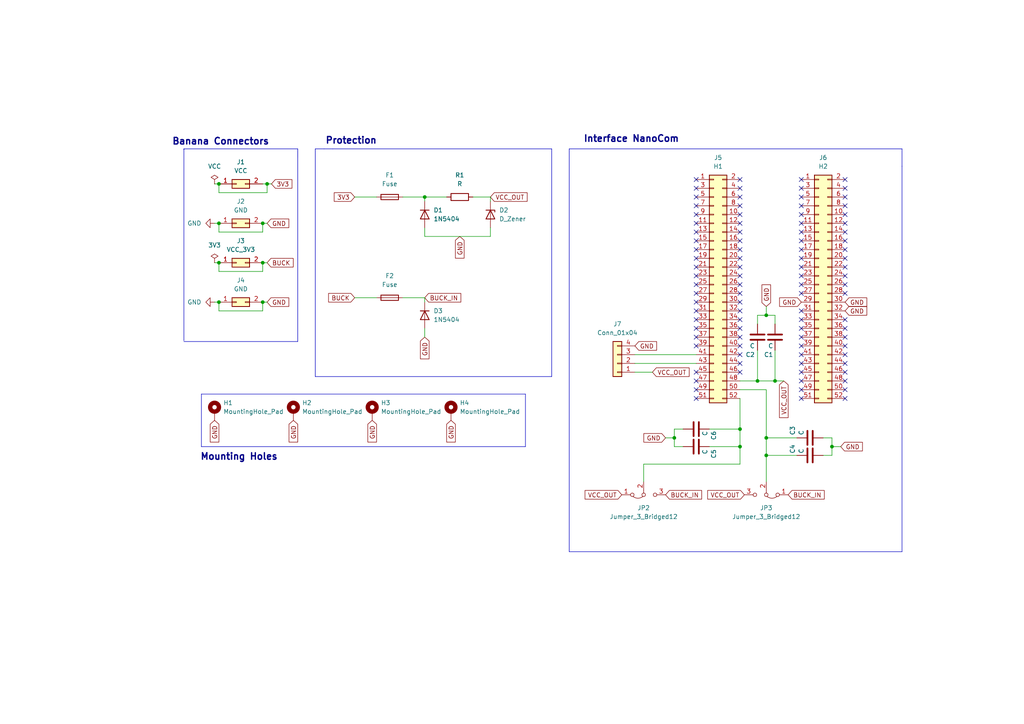
<source format=kicad_sch>
(kicad_sch (version 20231120) (generator "eeschema") (generator_version "8.0")
  (paper "A4")
  (title_block (title "Power Adapter FlatSat ") (date "2025-09-19") (rev "A") (company "Universidad Nacional de Córdoba -  FCEFyN") (comment 1 "Practicas Profesionales Supervisadas") (comment 2 "Flat Sat Híbrido") (comment 3 "Diaz Mateo"))
  (lib_symbols
    (symbol "Connector_Generic:Conn_01x04" (pin_names (offset 1.016) hide)
      (property "Reference" "J" (at 0 5.08 0))
      (property "Value" "Conn_01x04" (at 0 -7.62 0))
      (symbol "Conn_01x04_1_1"
        (rectangle (start -1.27 -4.953) (end 0 -5.207) (stroke (width 0.1524)))
        (rectangle (start -1.27 -2.413) (end 0 -2.667) (stroke (width 0.1524)))
        (rectangle (start -1.27 0.127) (end 0 -0.127) (stroke (width 0.1524)))
        (rectangle (start -1.27 2.667) (end 0 2.413) (stroke (width 0.1524)))
        (rectangle (start -1.27 3.81) (end 1.27 -6.35) (stroke (width 0.254)) (fill (type background)))
        (pin passive line (at -5.08 2.54 0) (length 3.81) (name "Pin_1") (number "1"))
        (pin passive line (at -5.08 0 0) (length 3.81) (name "Pin_2") (number "2"))
        (pin passive line (at -5.08 -2.54 0) (length 3.81) (name "Pin_3") (number "3"))
        (pin passive line (at -5.08 -5.08 0) (length 3.81) (name "Pin_4") (number "4"))
      )
    )
    (symbol "Connector_Generic:Conn_02x01" (pin_names (offset 1.016) hide)
      (property "Reference" "J" (at 1.27 2.54 0))
      (property "Value" "Conn_02x01" (at 1.27 -2.54 0))
      (symbol "Conn_02x01_1_1"
        (rectangle (start -1.27 0.127) (end 0 -0.127) (stroke (width 0.1524)))
        (rectangle (start -1.27 1.27) (end 3.81 -1.27) (stroke (width 0.254)) (fill (type background)))
        (rectangle (start 3.81 0.127) (end 2.54 -0.127) (stroke (width 0.1524)))
        (pin passive line (at -5.08 0 0) (length 3.81) (name "Pin_1") (number "1"))
        (pin passive line (at 7.62 0 180) (length 3.81) (name "Pin_2") (number "2"))
      )
    )
    (symbol "Connector_Generic:Conn_02x26_Odd_Even" (pin_names (offset 1.016) hide)
      (property "Reference" "J" (at 1.27 33.02 0))
      (property "Value" "Conn_02x26_Odd_Even" (at 1.27 -35.56 0))
      (symbol "Conn_02x26_Odd_Even_1_1"
        (rectangle (start -1.27 -32.893) (end 0 -33.147) (stroke (width 0.1524)))
        (rectangle (start -1.27 -30.353) (end 0 -30.607) (stroke (width 0.1524)))
        (rectangle (start -1.27 -27.813) (end 0 -28.067) (stroke (width 0.1524)))
        (rectangle (start -1.27 -25.273) (end 0 -25.527) (stroke (width 0.1524)))
        (rectangle (start -1.27 -22.733) (end 0 -22.987) (stroke (width 0.1524)))
        (rectangle (start -1.27 -20.193) (end 0 -20.447) (stroke (width 0.1524)))
        (rectangle (start -1.27 -17.653) (end 0 -17.907) (stroke (width 0.1524)))
        (rectangle (start -1.27 -15.113) (end 0 -15.367) (stroke (width 0.1524)))
        (rectangle (start -1.27 -12.573) (end 0 -12.827) (stroke (width 0.1524)))
        (rectangle (start -1.27 -10.033) (end 0 -10.287) (stroke (width 0.1524)))
        (rectangle (start -1.27 -7.493) (end 0 -7.747) (stroke (width 0.1524)))
        (rectangle (start -1.27 -4.953) (end 0 -5.207) (stroke (width 0.1524)))
        (rectangle (start -1.27 -2.413) (end 0 -2.667) (stroke (width 0.1524)))
        (rectangle (start -1.27 0.127) (end 0 -0.127) (stroke (width 0.1524)))
        (rectangle (start -1.27 2.667) (end 0 2.413) (stroke (width 0.1524)))
        (rectangle (start -1.27 5.207) (end 0 4.953) (stroke (width 0.1524)))
        (rectangle (start -1.27 7.747) (end 0 7.493) (stroke (width 0.1524)))
        (rectangle (start -1.27 10.287) (end 0 10.033) (stroke (width 0.1524)))
        (rectangle (start -1.27 12.827) (end 0 12.573) (stroke (width 0.1524)))
        (rectangle (start -1.27 15.367) (end 0 15.113) (stroke (width 0.1524)))
        (rectangle (start -1.27 17.907) (end 0 17.653) (stroke (width 0.1524)))
        (rectangle (start -1.27 20.447) (end 0 20.193) (stroke (width 0.1524)))
        (rectangle (start -1.27 22.987) (end 0 22.733) (stroke (width 0.1524)))
        (rectangle (start -1.27 25.527) (end 0 25.273) (stroke (width 0.1524)))
        (rectangle (start -1.27 28.067) (end 0 27.813) (stroke (width 0.1524)))
        (rectangle (start -1.27 30.607) (end 0 30.353) (stroke (width 0.1524)))
        (rectangle (start -1.27 31.75) (end 3.81 -34.29) (stroke (width 0.254)) (fill (type background)))
        (rectangle (start 3.81 -32.893) (end 2.54 -33.147) (stroke (width 0.1524)))
        (rectangle (start 3.81 -30.353) (end 2.54 -30.607) (stroke (width 0.1524)))
        (rectangle (start 3.81 -27.813) (end 2.54 -28.067) (stroke (width 0.1524)))
        (rectangle (start 3.81 -25.273) (end 2.54 -25.527) (stroke (width 0.1524)))
        (rectangle (start 3.81 -22.733) (end 2.54 -22.987) (stroke (width 0.1524)))
        (rectangle (start 3.81 -20.193) (end 2.54 -20.447) (stroke (width 0.1524)))
        (rectangle (start 3.81 -17.653) (end 2.54 -17.907) (stroke (width 0.1524)))
        (rectangle (start 3.81 -15.113) (end 2.54 -15.367) (stroke (width 0.1524)))
        (rectangle (start 3.81 -12.573) (end 2.54 -12.827) (stroke (width 0.1524)))
        (rectangle (start 3.81 -10.033) (end 2.54 -10.287) (stroke (width 0.1524)))
        (rectangle (start 3.81 -7.493) (end 2.54 -7.747) (stroke (width 0.1524)))
        (rectangle (start 3.81 -4.953) (end 2.54 -5.207) (stroke (width 0.1524)))
        (rectangle (start 3.81 -2.413) (end 2.54 -2.667) (stroke (width 0.1524)))
        (rectangle (start 3.81 0.127) (end 2.54 -0.127) (stroke (width 0.1524)))
        (rectangle (start 3.81 2.667) (end 2.54 2.413) (stroke (width 0.1524)))
        (rectangle (start 3.81 5.207) (end 2.54 4.953) (stroke (width 0.1524)))
        (rectangle (start 3.81 7.747) (end 2.54 7.493) (stroke (width 0.1524)))
        (rectangle (start 3.81 10.287) (end 2.54 10.033) (stroke (width 0.1524)))
        (rectangle (start 3.81 12.827) (end 2.54 12.573) (stroke (width 0.1524)))
        (rectangle (start 3.81 15.367) (end 2.54 15.113) (stroke (width 0.1524)))
        (rectangle (start 3.81 17.907) (end 2.54 17.653) (stroke (width 0.1524)))
        (rectangle (start 3.81 20.447) (end 2.54 20.193) (stroke (width 0.1524)))
        (rectangle (start 3.81 22.987) (end 2.54 22.733) (stroke (width 0.1524)))
        (rectangle (start 3.81 25.527) (end 2.54 25.273) (stroke (width 0.1524)))
        (rectangle (start 3.81 28.067) (end 2.54 27.813) (stroke (width 0.1524)))
        (rectangle (start 3.81 30.607) (end 2.54 30.353) (stroke (width 0.1524)))
        (pin passive line (at -5.08 30.48 0) (length 3.81) (name "Pin_1") (number "1"))
        (pin passive line (at 7.62 20.32 180) (length 3.81) (name "Pin_10") (number "10"))
        (pin passive line (at -5.08 17.78 0) (length 3.81) (name "Pin_11") (number "11"))
        (pin passive line (at 7.62 17.78 180) (length 3.81) (name "Pin_12") (number "12"))
        (pin passive line (at -5.08 15.24 0) (length 3.81) (name "Pin_13") (number "13"))
        (pin passive line (at 7.62 15.24 180) (length 3.81) (name "Pin_14") (number "14"))
        (pin passive line (at -5.08 12.7 0) (length 3.81) (name "Pin_15") (number "15"))
        (pin passive line (at 7.62 12.7 180) (length 3.81) (name "Pin_16") (number "16"))
        (pin passive line (at -5.08 10.16 0) (length 3.81) (name "Pin_17") (number "17"))
        (pin passive line (at 7.62 10.16 180) (length 3.81) (name "Pin_18") (number "18"))
        (pin passive line (at -5.08 7.62 0) (length 3.81) (name "Pin_19") (number "19"))
        (pin passive line (at 7.62 30.48 180) (length 3.81) (name "Pin_2") (number "2"))
        (pin passive line (at 7.62 7.62 180) (length 3.81) (name "Pin_20") (number "20"))
        (pin passive line (at -5.08 5.08 0) (length 3.81) (name "Pin_21") (number "21"))
        (pin passive line (at 7.62 5.08 180) (length 3.81) (name "Pin_22") (number "22"))
        (pin passive line (at -5.08 2.54 0) (length 3.81) (name "Pin_23") (number "23"))
        (pin passive line (at 7.62 2.54 180) (length 3.81) (name "Pin_24") (number "24"))
        (pin passive line (at -5.08 0 0) (length 3.81) (name "Pin_25") (number "25"))
        (pin passive line (at 7.62 0 180) (length 3.81) (name "Pin_26") (number "26"))
        (pin passive line (at -5.08 -2.54 0) (length 3.81) (name "Pin_27") (number "27"))
        (pin passive line (at 7.62 -2.54 180) (length 3.81) (name "Pin_28") (number "28"))
        (pin passive line (at -5.08 -5.08 0) (length 3.81) (name "Pin_29") (number "29"))
        (pin passive line (at -5.08 27.94 0) (length 3.81) (name "Pin_3") (number "3"))
        (pin passive line (at 7.62 -5.08 180) (length 3.81) (name "Pin_30") (number "30"))
        (pin passive line (at -5.08 -7.62 0) (length 3.81) (name "Pin_31") (number "31"))
        (pin passive line (at 7.62 -7.62 180) (length 3.81) (name "Pin_32") (number "32"))
        (pin passive line (at -5.08 -10.16 0) (length 3.81) (name "Pin_33") (number "33"))
        (pin passive line (at 7.62 -10.16 180) (length 3.81) (name "Pin_34") (number "34"))
        (pin passive line (at -5.08 -12.7 0) (length 3.81) (name "Pin_35") (number "35"))
        (pin passive line (at 7.62 -12.7 180) (length 3.81) (name "Pin_36") (number "36"))
        (pin passive line (at -5.08 -15.24 0) (length 3.81) (name "Pin_37") (number "37"))
        (pin passive line (at 7.62 -15.24 180) (length 3.81) (name "Pin_38") (number "38"))
        (pin passive line (at -5.08 -17.78 0) (length 3.81) (name "Pin_39") (number "39"))
        (pin passive line (at 7.62 27.94 180) (length 3.81) (name "Pin_4") (number "4"))
        (pin passive line (at 7.62 -17.78 180) (length 3.81) (name "Pin_40") (number "40"))
        (pin passive line (at -5.08 -20.32 0) (length 3.81) (name "Pin_41") (number "41"))
        (pin passive line (at 7.62 -20.32 180) (length 3.81) (name "Pin_42") (number "42"))
        (pin passive line (at -5.08 -22.86 0) (length 3.81) (name "Pin_43") (number "43"))
        (pin passive line (at 7.62 -22.86 180) (length 3.81) (name "Pin_44") (number "44"))
        (pin passive line (at -5.08 -25.4 0) (length 3.81) (name "Pin_45") (number "45"))
        (pin passive line (at 7.62 -25.4 180) (length 3.81) (name "Pin_46") (number "46"))
        (pin passive line (at -5.08 -27.94 0) (length 3.81) (name "Pin_47") (number "47"))
        (pin passive line (at 7.62 -27.94 180) (length 3.81) (name "Pin_48") (number "48"))
        (pin passive line (at -5.08 -30.48 0) (length 3.81) (name "Pin_49") (number "49"))
        (pin passive line (at -5.08 25.4 0) (length 3.81) (name "Pin_5") (number "5"))
        (pin passive line (at 7.62 -30.48 180) (length 3.81) (name "Pin_50") (number "50"))
        (pin passive line (at -5.08 -33.02 0) (length 3.81) (name "Pin_51") (number "51"))
        (pin passive line (at 7.62 -33.02 180) (length 3.81) (name "Pin_52") (number "52"))
        (pin passive line (at 7.62 25.4 180) (length 3.81) (name "Pin_6") (number "6"))
        (pin passive line (at -5.08 22.86 0) (length 3.81) (name "Pin_7") (number "7"))
        (pin passive line (at 7.62 22.86 180) (length 3.81) (name "Pin_8") (number "8"))
        (pin passive line (at -5.08 20.32 0) (length 3.81) (name "Pin_9") (number "9"))
      )
    )
    (symbol "Device:C" (pin_numbers hide) (pin_names (offset 0.254))
      (property "Reference" "C" (at 0.635 2.54 0))
      (property "Value" "C" (at 0.635 -2.54 0))
      (symbol "C_0_1"
        (polyline (pts (xy -2.032 -0.762) (xy 2.032 -0.762)) (stroke (width 0.508)))
        (polyline (pts (xy -2.032 0.762) (xy 2.032 0.762)) (stroke (width 0.508)))
      )
      (symbol "C_1_1"
        (pin passive line (at 0 3.81 270) (length 2.794) (name "~") (number "1"))
        (pin passive line (at 0 -3.81 90) (length 2.794) (name "~") (number "2"))
      )
    )
    (symbol "Device:D_Zener" (pin_numbers hide) (pin_names (offset 1.016) hide)
      (property "Reference" "D" (at 0 2.54 0))
      (property "Value" "D_Zener" (at 0 -2.54 0))
      (symbol "D_Zener_0_1"
        (polyline (pts (xy 1.27 0) (xy -1.27 0)))
        (polyline (pts (xy -1.27 -1.27) (xy -1.27 1.27) (xy -0.762 1.27)) (stroke (width 0.254)))
        (polyline (pts (xy 1.27 -1.27) (xy 1.27 1.27) (xy -1.27 0) (xy 1.27 -1.27)) (stroke (width 0.254)))
      )
      (symbol "D_Zener_1_1"
        (pin passive line (at -3.81 0 0) (length 2.54) (name "K") (number "1"))
        (pin passive line (at 3.81 0 180) (length 2.54) (name "A") (number "2"))
      )
    )
    (symbol "Device:Fuse" (pin_numbers hide) (pin_names (offset 0))
      (property "Reference" "F" (at 2.032 0 90))
      (property "Value" "Fuse" (at -1.905 0 90))
      (symbol "Fuse_0_1"
        (rectangle (start -0.762 -2.54) (end 0.762 2.54) (stroke (width 0.254)))
        (polyline (pts (xy 0 2.54) (xy 0 -2.54)))
      )
      (symbol "Fuse_1_1"
        (pin passive line (at 0 3.81 270) (length 1.27) (name "~") (number "1"))
        (pin passive line (at 0 -3.81 90) (length 1.27) (name "~") (number "2"))
      )
    )
    (symbol "Device:R" (pin_numbers hide) (pin_names (offset 0))
      (property "Reference" "R" (at 2.032 0 90))
      (property "Value" "R" (at 0 0 90))
      (symbol "R_0_1"
        (rectangle (start -1.016 -2.54) (end 1.016 2.54) (stroke (width 0.254)))
      )
      (symbol "R_1_1"
        (pin passive line (at 0 3.81 270) (length 1.27) (name "~") (number "1"))
        (pin passive line (at 0 -3.81 90) (length 1.27) (name "~") (number "2"))
      )
    )
    (symbol "Diode:1N5404" (pin_numbers hide) (pin_names hide)
      (property "Reference" "D" (at 0 2.54 0))
      (property "Value" "1N5404" (at 0 -2.54 0))
      (symbol "1N5404_0_1"
        (polyline (pts (xy -1.27 1.27) (xy -1.27 -1.27)) (stroke (width 0.254)))
        (polyline (pts (xy 1.27 0) (xy -1.27 0)))
        (polyline (pts (xy 1.27 1.27) (xy 1.27 -1.27) (xy -1.27 0) (xy 1.27 1.27)) (stroke (width 0.254)))
      )
      (symbol "1N5404_1_1"
        (pin passive line (at -3.81 0 0) (length 2.54) (name "K") (number "1"))
        (pin passive line (at 3.81 0 180) (length 2.54) (name "A") (number "2"))
      )
    )
    (symbol "Jumper:Jumper_3_Bridged12" (pin_names (offset 0) hide) (exclude_from_sim yes) (in_bom no)
      (property "Reference" "JP" (at -2.54 -2.54 0))
      (property "Value" "Jumper_3_Bridged12" (at 0 2.794 0))
      (symbol "Jumper_3_Bridged12_0_0"
        (circle (center -3.302 0) (radius 0.508))
        (circle (center 0 0) (radius 0.508))
        (circle (center 3.302 0) (radius 0.508))
      )
      (symbol "Jumper_3_Bridged12_0_1"
        (arc (start -0.254 0.508) (mid -1.651 0.9912) (end -3.048 0.508))
        (polyline (pts (xy 0 -1.27) (xy 0 -0.508)))
      )
      (symbol "Jumper_3_Bridged12_1_1"
        (pin passive line (at -6.35 0 0) (length 2.54) (name "A") (number "1"))
        (pin passive line (at 0 -3.81 90) (length 2.54) (name "C") (number "2"))
        (pin passive line (at 6.35 0 180) (length 2.54) (name "B") (number "3"))
      )
    )
    (symbol "Mechanical:MountingHole_Pad" (pin_numbers hide) (pin_names (offset 1.016) hide) (exclude_from_sim yes) (in_bom no)
      (property "Reference" "H" (at 0 6.35 0))
      (property "Value" "MountingHole_Pad" (at 0 4.445 0))
      (symbol "MountingHole_Pad_0_1"
        (circle (center 0 1.27) (radius 1.27) (stroke (width 1.27)))
      )
      (symbol "MountingHole_Pad_1_1"
        (pin input line (at 0 -2.54 90) (length 2.54) (name "1") (number "1"))
      )
    )
    (symbol "power:GND" (power) (pin_numbers hide) (pin_names (offset 0) hide)
      (property "Value" "GND" (at 0 -3.81 0))
      (symbol "GND_0_1"
        (polyline (pts (xy 0 0) (xy 0 -1.27) (xy 1.27 -1.27) (xy 0 -2.54) (xy -1.27 -1.27) (xy 0 -1.27)))
      )
      (symbol "GND_1_1"
        (pin power_in line (at 0 0 270) (length 0) (name "~") (number "1"))
      )
    )
    (symbol "power:PWR_FLAG" (power) (pin_numbers hide) (pin_names (offset 0) hide)
      (property "Value" "PWR_FLAG" (at 0 3.81 0))
      (symbol "PWR_FLAG_0_0"
        (pin power_out line (at 0 0 90) (length 0) (name "~") (number "1"))
      )
      (symbol "PWR_FLAG_0_1"
        (polyline (pts (xy 0 0) (xy 0 1.27) (xy -1.016 1.905) (xy 0 2.54) (xy 1.016 1.905) (xy 0 1.27)))
      )
    )
  )
  (junction (at 241.3 129.54))
  (junction (at 219.71 110.49))
  (junction (at 63.5 87.63))
  (junction (at 214.63 129.54))
  (junction (at 222.25 127))
  (junction (at 222.25 132.08))
  (junction (at 76.2 76.2))
  (junction (at 222.25 91.44))
  (junction (at 195.58 127))
  (junction (at 224.79 110.49))
  (junction (at 77.47 53.34))
  (junction (at 63.5 64.77))
  (junction (at 76.2 87.63))
  (junction (at 63.5 53.34))
  (junction (at 63.5 76.2))
  (junction (at 214.63 124.46))
  (junction (at 76.2 64.77))
  (junction (at 123.19 57.15))
  (no_connect (at 201.93 87.63))
  (no_connect (at 201.93 72.39))
  (no_connect (at 232.41 54.61))
  (no_connect (at 214.63 102.87))
  (no_connect (at 214.63 100.33))
  (no_connect (at 245.11 67.31))
  (no_connect (at 245.11 77.47))
  (no_connect (at 232.41 107.95))
  (no_connect (at 245.11 95.25))
  (no_connect (at 201.93 110.49))
  (no_connect (at 232.41 92.71))
  (no_connect (at 214.63 92.71))
  (no_connect (at 245.11 80.01))
  (no_connect (at 245.11 54.61))
  (no_connect (at 232.41 57.15))
  (no_connect (at 214.63 90.17))
  (no_connect (at 214.63 57.15))
  (no_connect (at 232.41 113.03))
  (no_connect (at 214.63 64.77))
  (no_connect (at 214.63 62.23))
  (no_connect (at 245.11 69.85))
  (no_connect (at 232.41 82.55))
  (no_connect (at 232.41 100.33))
  (no_connect (at 214.63 82.55))
  (no_connect (at 201.93 80.01))
  (no_connect (at 214.63 67.31))
  (no_connect (at 201.93 54.61))
  (no_connect (at 232.41 72.39))
  (no_connect (at 232.41 110.49))
  (no_connect (at 245.11 72.39))
  (no_connect (at 201.93 77.47))
  (no_connect (at 214.63 74.93))
  (no_connect (at 214.63 105.41))
  (no_connect (at 201.93 97.79))
  (no_connect (at 201.93 95.25))
  (no_connect (at 201.93 59.69))
  (no_connect (at 245.11 102.87))
  (no_connect (at 201.93 90.17))
  (no_connect (at 214.63 72.39))
  (no_connect (at 201.93 67.31))
  (no_connect (at 232.41 115.57))
  (no_connect (at 214.63 95.25))
  (no_connect (at 201.93 100.33))
  (no_connect (at 214.63 80.01))
  (no_connect (at 245.11 107.95))
  (no_connect (at 245.11 92.71))
  (no_connect (at 245.11 82.55))
  (no_connect (at 214.63 52.07))
  (no_connect (at 232.41 102.87))
  (no_connect (at 232.41 69.85))
  (no_connect (at 245.11 113.03))
  (no_connect (at 245.11 100.33))
  (no_connect (at 214.63 97.79))
  (no_connect (at 201.93 85.09))
  (no_connect (at 245.11 59.69))
  (no_connect (at 201.93 52.07))
  (no_connect (at 232.41 64.77))
  (no_connect (at 201.93 69.85))
  (no_connect (at 245.11 85.09))
  (no_connect (at 245.11 52.07))
  (no_connect (at 201.93 113.03))
  (no_connect (at 214.63 77.47))
  (no_connect (at 232.41 95.25))
  (no_connect (at 201.93 92.71))
  (no_connect (at 245.11 115.57))
  (no_connect (at 201.93 74.93))
  (no_connect (at 232.41 77.47))
  (no_connect (at 245.11 74.93))
  (no_connect (at 201.93 115.57))
  (no_connect (at 201.93 64.77))
  (no_connect (at 214.63 59.69))
  (no_connect (at 245.11 110.49))
  (no_connect (at 232.41 62.23))
  (no_connect (at 232.41 90.17))
  (no_connect (at 245.11 57.15))
  (no_connect (at 245.11 62.23))
  (no_connect (at 232.41 85.09))
  (no_connect (at 214.63 85.09))
  (no_connect (at 232.41 59.69))
  (no_connect (at 245.11 105.41))
  (no_connect (at 201.93 107.95))
  (no_connect (at 232.41 67.31))
  (no_connect (at 245.11 64.77))
  (no_connect (at 201.93 57.15))
  (no_connect (at 214.63 107.95))
  (no_connect (at 201.93 62.23))
  (no_connect (at 214.63 69.85))
  (no_connect (at 214.63 87.63))
  (no_connect (at 232.41 52.07))
  (no_connect (at 214.63 54.61))
  (no_connect (at 232.41 97.79))
  (no_connect (at 232.41 105.41))
  (no_connect (at 201.93 82.55))
  (no_connect (at 232.41 74.93))
  (no_connect (at 232.41 80.01))
  (no_connect (at 245.11 97.79))
  (wire (pts (xy 77.47 64.77) (xy 76.2 64.77)))
  (wire (pts (xy 63.5 78.74) (xy 76.2 78.74)))
  (wire (pts (xy 63.5 67.31) (xy 76.2 67.31)))
  (wire (pts (xy 214.63 124.46) (xy 214.63 129.54)))
  (wire (pts (xy 222.25 88.9) (xy 222.25 91.44)))
  (wire (pts (xy 62.23 76.2) (xy 63.5 76.2)))
  (wire (pts (xy 224.79 110.49) (xy 227.33 110.49)))
  (wire (pts (xy 184.15 107.95) (xy 189.23 107.95)))
  (wire (pts (xy 222.25 127) (xy 231.14 127)))
  (wire (pts (xy 102.87 57.15) (xy 109.22 57.15)))
  (wire (pts (xy 214.63 113.03) (xy 222.25 113.03)))
  (wire (pts (xy 195.58 124.46) (xy 198.12 124.46)))
  (polyline (pts (xy 86.36 43.18) (xy 86.36 99.06)))
  (wire (pts (xy 214.63 129.54) (xy 214.63 134.62)))
  (polyline (pts (xy 261.62 48.26) (xy 261.62 160.02)))
  (polyline (pts (xy 58.42 114.3) (xy 152.4 114.3)))
  (wire (pts (xy 222.25 127) (xy 222.25 132.08)))
  (wire (pts (xy 76.2 76.2) (xy 76.2 78.74)))
  (wire (pts (xy 123.19 57.15) (xy 123.19 58.42)))
  (wire (pts (xy 224.79 110.49) (xy 224.79 101.6)))
  (wire (pts (xy 77.47 76.2) (xy 76.2 76.2)))
  (wire (pts (xy 62.23 64.77) (xy 63.5 64.77)))
  (polyline (pts (xy 165.1 160.02) (xy 261.62 160.02)))
  (wire (pts (xy 123.19 57.15) (xy 129.54 57.15)))
  (wire (pts (xy 62.23 87.63) (xy 63.5 87.63)))
  (wire (pts (xy 123.19 86.36) (xy 123.19 87.63)))
  (wire (pts (xy 63.5 53.34) (xy 63.5 55.88)))
  (wire (pts (xy 116.84 86.36) (xy 123.19 86.36)))
  (wire (pts (xy 123.19 95.25) (xy 123.19 97.79)))
  (wire (pts (xy 186.69 134.62) (xy 186.69 139.7)))
  (wire (pts (xy 77.47 53.34) (xy 76.2 53.34)))
  (wire (pts (xy 63.5 76.2) (xy 63.5 78.74)))
  (polyline (pts (xy 91.44 43.18) (xy 91.44 109.22)))
  (wire (pts (xy 243.84 129.54) (xy 241.3 129.54)))
  (wire (pts (xy 62.23 53.34) (xy 63.5 53.34)))
  (wire (pts (xy 219.71 110.49) (xy 219.71 101.6)))
  (wire (pts (xy 222.25 132.08) (xy 231.14 132.08)))
  (wire (pts (xy 123.19 68.58) (xy 142.24 68.58)))
  (wire (pts (xy 76.2 87.63) (xy 76.2 90.17)))
  (wire (pts (xy 222.25 91.44) (xy 219.71 91.44)))
  (wire (pts (xy 224.79 91.44) (xy 224.79 93.98)))
  (wire (pts (xy 137.16 57.15) (xy 142.24 57.15)))
  (wire (pts (xy 63.5 55.88) (xy 77.47 55.88)))
  (wire (pts (xy 116.84 57.15) (xy 123.19 57.15)))
  (polyline (pts (xy 58.42 114.3) (xy 58.42 129.54)))
  (polyline (pts (xy 165.1 43.18) (xy 165.1 160.02)))
  (polyline (pts (xy 53.34 43.18) (xy 86.36 43.18)))
  (wire (pts (xy 214.63 110.49) (xy 219.71 110.49)))
  (wire (pts (xy 184.15 105.41) (xy 201.93 105.41)))
  (wire (pts (xy 222.25 113.03) (xy 222.25 127)))
  (polyline (pts (xy 96.52 43.18) (xy 160.02 43.18)))
  (polyline (pts (xy 165.1 43.18) (xy 261.62 43.18)))
  (wire (pts (xy 77.47 87.63) (xy 76.2 87.63)))
  (wire (pts (xy 222.25 132.08) (xy 222.25 139.7)))
  (wire (pts (xy 219.71 93.98) (xy 219.71 91.44)))
  (polyline (pts (xy 53.34 99.06) (xy 86.36 99.06)))
  (wire (pts (xy 76.2 64.77) (xy 76.2 67.31)))
  (wire (pts (xy 195.58 124.46) (xy 195.58 127)))
  (polyline (pts (xy 53.34 43.18) (xy 53.34 98.806)))
  (polyline (pts (xy 152.4 114.3) (xy 152.4 129.54)))
  (wire (pts (xy 214.63 124.46) (xy 205.74 124.46)))
  (wire (pts (xy 193.04 127) (xy 195.58 127)))
  (wire (pts (xy 241.3 132.08) (xy 241.3 129.54)))
  (wire (pts (xy 102.87 86.36) (xy 109.22 86.36)))
  (wire (pts (xy 78.74 53.34) (xy 77.47 53.34)))
  (wire (pts (xy 219.71 110.49) (xy 224.79 110.49)))
  (polyline (pts (xy 91.44 109.22) (xy 160.02 109.22)))
  (wire (pts (xy 241.3 132.08) (xy 238.76 132.08)))
  (wire (pts (xy 214.63 129.54) (xy 205.74 129.54)))
  (wire (pts (xy 214.63 115.57) (xy 214.63 124.46)))
  (polyline (pts (xy 53.34 43.434) (xy 53.34 43.18)))
  (polyline (pts (xy 93.98 43.18) (xy 96.52 43.18)))
  (wire (pts (xy 63.5 90.17) (xy 76.2 90.17)))
  (wire (pts (xy 184.15 102.87) (xy 201.93 102.87)))
  (wire (pts (xy 241.3 129.54) (xy 241.3 127)))
  (wire (pts (xy 238.76 127) (xy 241.3 127)))
  (wire (pts (xy 142.24 57.15) (xy 142.24 58.42)))
  (polyline (pts (xy 58.42 129.54) (xy 152.4 129.54)))
  (wire (pts (xy 195.58 127) (xy 195.58 129.54)))
  (wire (pts (xy 142.24 66.04) (xy 142.24 68.58)))
  (wire (pts (xy 123.19 66.04) (xy 123.19 68.58)))
  (polyline (pts (xy 86.36 43.18) (xy 86.36 45.72)))
  (polyline (pts (xy 91.44 43.18) (xy 93.98 43.18)))
  (wire (pts (xy 77.47 53.34) (xy 77.47 55.88)))
  (wire (pts (xy 63.5 64.77) (xy 63.5 67.31)))
  (wire (pts (xy 198.12 129.54) (xy 195.58 129.54)))
  (polyline (pts (xy 261.62 43.18) (xy 261.62 48.26)))
  (polyline (pts (xy 160.02 43.18) (xy 160.02 109.22)))
  (wire (pts (xy 186.69 134.62) (xy 214.63 134.62)))
  (wire (pts (xy 63.5 87.63) (xy 63.5 90.17)))
  (wire (pts (xy 224.79 91.44) (xy 222.25 91.44)))
  (text "Interface NanoCom\n" (at 183.134 40.386 0) (effects (font (size 1.905 1.905) (thickness 0.381) (bold yes))))
  (text "Mounting Holes" (at 69.342 132.588 0) (effects (font (size 1.905 1.905) (thickness 0.381) (bold yes))))
  (text "Banana Connectors\n" (at 64.008 41.148 0) (effects (font (size 1.905 1.905) (thickness 0.381) (bold yes))))
  (text "Protection\n" (at 101.854 40.894 0) (effects (font (size 1.905 1.905) (thickness 0.381) (bold yes))))
  (global_label "GND" (shape input) (at 245.11 87.63 0) (property "Intersheetrefs" "${INTERSHEET_REFS}" (effects (hide yes))))
  (global_label "VCC_OUT" (shape input) (at 227.33 110.49 270) (property "Intersheetrefs" "${INTERSHEET_REFS}" (effects (hide yes))))
  (global_label "GND" (shape input) (at 123.19 97.79 270) (property "Intersheetrefs" "${INTERSHEET_REFS}" (effects (hide yes))))
  (global_label "VCC_OUT" (shape input) (at 215.9 143.51 180) (property "Intersheetrefs" "${INTERSHEET_REFS}" (effects (hide yes))))
  (global_label "VCC_OUT" (shape input) (at 142.24 57.15 0) (property "Intersheetrefs" "${INTERSHEET_REFS}" (effects (hide yes))))
  (global_label "GND" (shape input) (at 130.81 121.92 270) (property "Intersheetrefs" "${INTERSHEET_REFS}" (effects (hide yes))))
  (global_label "VCC_OUT" (shape input) (at 189.23 107.95 0) (property "Intersheetrefs" "${INTERSHEET_REFS}" (effects (hide yes))))
  (global_label "3V3" (shape input) (at 78.74 53.34 0) (property "Intersheetrefs" "${INTERSHEET_REFS}" (effects (hide yes))))
  (global_label "GND" (shape input) (at 107.95 121.92 270) (property "Intersheetrefs" "${INTERSHEET_REFS}" (effects (hide yes))))
  (global_label "GND" (shape input) (at 222.25 88.9 90) (property "Intersheetrefs" "${INTERSHEET_REFS}" (effects (hide yes))))
  (global_label "GND" (shape input) (at 243.84 129.54 0) (property "Intersheetrefs" "${INTERSHEET_REFS}" (effects (hide yes))))
  (global_label "BUCK_IN" (shape input) (at 228.6 143.51 0) (property "Intersheetrefs" "${INTERSHEET_REFS}" (effects (hide yes))))
  (global_label "GND" (shape input) (at 85.09 121.92 270) (property "Intersheetrefs" "${INTERSHEET_REFS}" (effects (hide yes))))
  (global_label "GND" (shape input) (at 62.23 121.92 270) (property "Intersheetrefs" "${INTERSHEET_REFS}" (effects (hide yes))))
  (global_label "GND" (shape input) (at 245.11 90.17 0) (property "Intersheetrefs" "${INTERSHEET_REFS}" (effects (hide yes))))
  (global_label "GND" (shape input) (at 193.04 127 180) (property "Intersheetrefs" "${INTERSHEET_REFS}" (effects (hide yes))))
  (global_label "BUCK" (shape input) (at 102.87 86.36 180) (property "Intersheetrefs" "${INTERSHEET_REFS}" (effects (hide yes))))
  (global_label "GND" (shape input) (at 77.47 64.77 0) (property "Intersheetrefs" "${INTERSHEET_REFS}" (effects (hide yes))))
  (global_label "BUCK" (shape input) (at 77.47 76.2 0) (property "Intersheetrefs" "${INTERSHEET_REFS}" (effects (hide yes))))
  (global_label "GND" (shape input) (at 232.41 87.63 180) (property "Intersheetrefs" "${INTERSHEET_REFS}" (effects (hide yes))))
  (global_label "BUCK_IN" (shape input) (at 123.19 86.36 0) (property "Intersheetrefs" "${INTERSHEET_REFS}" (effects (hide yes))))
  (global_label "3V3" (shape input) (at 102.87 57.15 180) (property "Intersheetrefs" "${INTERSHEET_REFS}" (effects (hide yes))))
  (global_label "GND" (shape input) (at 133.35 68.58 270) (property "Intersheetrefs" "${INTERSHEET_REFS}" (effects (hide yes))))
  (global_label "VCC_OUT" (shape input) (at 180.34 143.51 180) (property "Intersheetrefs" "${INTERSHEET_REFS}" (effects (hide yes))))
  (global_label "GND" (shape input) (at 77.47 87.63 0) (property "Intersheetrefs" "${INTERSHEET_REFS}" (effects (hide yes))))
  (global_label "GND" (shape input) (at 184.15 100.33 0) (property "Intersheetrefs" "${INTERSHEET_REFS}" (effects (hide yes))))
  (global_label "BUCK_IN" (shape input) (at 193.04 143.51 0) (property "Intersheetrefs" "${INTERSHEET_REFS}" (effects (hide yes))))
  (symbol (lib_id "Connector_Generic:Conn_02x01") (at 68.58 87.63 0) (unit 1)
    (property "Reference" "J4" (at 69.85 81.28 0))
    (property "Value" "GND" (at 69.85 83.82 0))
    (property "Footprint" "Library:Banana_Jack_2Pin_v_cubesat" (effects (hide yes)))
    (property "Description" "Generic connector, double row, 02x01, this symbol is compatible with counter-clockwise, top-bottom and odd-even numbering schemes., script generated (kicad-library-utils/schlib/autogen/connector/)" (effects (hide yes)))
  )
  (symbol (lib_id "Connector_Generic:Conn_01x04") (at 179.07 105.41 180) (unit 1)
    (property "Reference" "J7" (at 179.07 93.98 0))
    (property "Value" "Conn_01x04" (at 179.07 96.52 0))
    (property "Footprint" "Connector_PinHeader_2.54mm:PinHeader_1x04_P2.54mm_Horizontal" (effects (hide yes)))
    (property "Description" "Generic connector, single row, 01x04, script generated (kicad-library-utils/schlib/autogen/connector/)" (effects (hide yes)))
  )
  (symbol (lib_id "power:PWR_FLAG") (at 62.23 53.34 0) (unit 1)
    (property "Reference" "#FLG1" (effects (hide yes)))
    (property "Value" "VCC" (at 62.23 48.26 0))
    (property "Description" "Special symbol for telling ERC where power comes from" (effects (hide yes)))
  )
  (symbol (lib_id "Mechanical:MountingHole_Pad") (at 130.81 119.38 0) (unit 1) (exclude_from_sim yes) (in_bom no)
    (property "Reference" "H4" (at 133.35 116.8399 0) (effects (justify left)))
    (property "Value" "MountingHole_Pad" (at 133.35 119.3799 0) (effects (justify left)))
    (property "Footprint" "Library:MountingHole_3mm_nanocom" (effects (hide yes)))
    (property "Description" "Mounting Hole with connection" (effects (hide yes)))
  )
  (symbol (lib_id "Mechanical:MountingHole_Pad") (at 107.95 119.38 0) (unit 1) (exclude_from_sim yes) (in_bom no)
    (property "Reference" "H3" (at 110.49 116.8399 0) (effects (justify left)))
    (property "Value" "MountingHole_Pad" (at 110.49 119.3799 0) (effects (justify left)))
    (property "Footprint" "Library:MountingHole_3mm_nanocom" (effects (hide yes)))
    (property "Description" "Mounting Hole with connection" (effects (hide yes)))
  )
  (symbol (lib_id "Mechanical:MountingHole_Pad") (at 62.23 119.38 0) (unit 1) (exclude_from_sim yes) (in_bom no)
    (property "Reference" "H1" (at 64.77 116.8399 0) (effects (justify left)))
    (property "Value" "MountingHole_Pad" (at 64.77 119.3799 0) (effects (justify left)))
    (property "Footprint" "Library:MountingHole_3mm_nanocom" (effects (hide yes)))
    (property "Description" "Mounting Hole with connection" (effects (hide yes)))
  )
  (symbol (lib_id "Device:R") (at 133.35 57.15 90) (unit 1)
    (property "Reference" "R1" (at 133.35 50.8 90))
    (property "Value" "R" (at 133.35 53.34 90))
    (property "Footprint" "Resistor_THT:R_Axial_DIN0309_L9.0mm_D3.2mm_P12.70mm_Horizontal" (effects (hide yes)))
    (property "Description" "Resistor" (effects (hide yes)))
  )
  (symbol (lib_id "Device:D_Zener") (at 142.24 62.23 270) (unit 1)
    (property "Reference" "D2" (at 144.78 60.9599 90) (effects (justify left)))
    (property "Value" "D_Zener" (at 144.78 63.4999 90) (effects (justify left)))
    (property "Footprint" "Diode_THT:D_DO-41_SOD81_P10.16mm_Horizontal" (effects (hide yes)))
    (property "Description" "Zener diode" (effects (hide yes)))
  )
  (symbol (lib_id "Connector_Generic:Conn_02x26_Odd_Even") (at 237.49 82.55 0) (unit 1)
    (property "Reference" "J6" (at 238.76 45.72 0))
    (property "Value" "H2" (at 238.76 48.26 0))
    (property "Footprint" "Library:PinSocket_2x26_P2.54mm_Vertical_MIRROR_v2" (effects (hide yes)))
    (property "Description" "Generic connector, double row, 02x26, odd/even pin numbering scheme (row 1 odd numbers, row 2 even numbers), script generated (kicad-library-utils/schlib/autogen/connector/)" (effects (hide yes)))
  )
  (symbol (lib_id "Device:Fuse") (at 113.03 57.15 90) (unit 1)
    (property "Reference" "F1" (at 113.03 50.8 90))
    (property "Value" "Fuse" (at 113.03 53.34 90))
    (property "Footprint" "Diode_THT:D_DO-41_SOD81_P10.16mm_Horizontal" (effects (hide yes)))
    (property "Description" "Fuse" (effects (hide yes)))
  )
  (symbol (lib_id "Device:C") (at 234.95 132.08 90) (unit 1)
    (property "Reference" "C4" (at 229.87 131.572 0) (effects (justify left)))
    (property "Value" "C" (at 232.41 131.572 0) (effects (justify left)))
    (property "Footprint" "Capacitor_SMD:C_0805_2012Metric_Pad1.18x1.45mm_HandSolder" (effects (hide yes)))
    (property "Description" "Unpolarized capacitor" (effects (hide yes)))
  )
  (symbol (lib_id "Connector_Generic:Conn_02x01") (at 68.58 53.34 0) (unit 1)
    (property "Reference" "J1" (at 69.85 46.99 0))
    (property "Value" "VCC" (at 69.85 49.53 0))
    (property "Footprint" "Library:Banana_Jack_2Pin_v_cubesat" (effects (hide yes)))
    (property "Description" "Generic connector, double row, 02x01, this symbol is compatible with counter-clockwise, top-bottom and odd-even numbering schemes., script generated (kicad-library-utils/schlib/autogen/connector/)" (effects (hide yes)))
  )
  (symbol (lib_id "Device:C") (at 234.95 127 90) (unit 1)
    (property "Reference" "C3" (at 229.87 126.238 0) (effects (justify left)))
    (property "Value" "C" (at 232.41 126.238 0) (effects (justify left)))
    (property "Footprint" "Capacitor_SMD:C_0805_2012Metric_Pad1.18x1.45mm_HandSolder" (effects (hide yes)))
    (property "Description" "Unpolarized capacitor" (effects (hide yes)))
  )
  (symbol (lib_id "Device:C") (at 224.79 97.79 180) (unit 1)
    (property "Reference" "C1" (at 224.282 102.87 0) (effects (justify left)))
    (property "Value" "C" (at 224.282 100.33 0) (effects (justify left)))
    (property "Footprint" "Capacitor_SMD:C_0805_2012Metric_Pad1.18x1.45mm_HandSolder" (effects (hide yes)))
    (property "Description" "Unpolarized capacitor" (effects (hide yes)))
  )
  (symbol (lib_id "Device:C") (at 201.93 124.46 270) (unit 1)
    (property "Reference" "C6" (at 207.01 124.968 0) (effects (justify left)))
    (property "Value" "C" (at 204.47 124.968 0) (effects (justify left)))
    (property "Footprint" "Capacitor_SMD:C_0805_2012Metric_Pad1.18x1.45mm_HandSolder" (effects (hide yes)))
    (property "Description" "Unpolarized capacitor" (effects (hide yes)))
  )
  (symbol (lib_id "Jumper:Jumper_3_Bridged12") (at 186.69 143.51 0) (mirror x) (unit 1) (exclude_from_sim yes) (in_bom no)
    (property "Reference" "JP2" (at 186.69 147.32 0))
    (property "Value" "Jumper_3_Bridged12" (at 186.69 149.86 0))
    (property "Footprint" "Connector_PinHeader_2.54mm:PinHeader_1x03_P2.54mm_Vertical" (effects (hide yes)))
    (property "Description" "Jumper, 3-pole, pins 1+2 closed/bridged" (effects (hide yes)))
  )
  (symbol (lib_id "Device:C") (at 201.93 129.54 270) (unit 1)
    (property "Reference" "C5" (at 207.01 130.302 0) (effects (justify left)))
    (property "Value" "C" (at 204.47 130.302 0) (effects (justify left)))
    (property "Footprint" "Capacitor_SMD:C_0805_2012Metric_Pad1.18x1.45mm_HandSolder" (effects (hide yes)))
    (property "Description" "Unpolarized capacitor" (effects (hide yes)))
  )
  (symbol (lib_id "Connector_Generic:Conn_02x01") (at 68.58 64.77 0) (unit 1)
    (property "Reference" "J2" (at 69.85 58.42 0))
    (property "Value" "GND" (at 69.85 60.96 0))
    (property "Footprint" "Library:Banana_Jack_2Pin_v_cubesat" (effects (hide yes)))
    (property "Description" "Generic connector, double row, 02x01, this symbol is compatible with counter-clockwise, top-bottom and odd-even numbering schemes., script generated (kicad-library-utils/schlib/autogen/connector/)" (effects (hide yes)))
  )
  (symbol (lib_id "power:GND") (at 62.23 87.63 270) (unit 1)
    (property "Reference" "#PWR1" (effects (hide yes)))
    (property "Value" "GND" (at 58.42 87.6299 90) (effects (justify right)))
    (property "Description" "Power symbol creates a global label with name \"GND\" , ground" (effects (hide yes)))
  )
  (symbol (lib_id "Diode:1N5404") (at 123.19 62.23 270) (unit 1)
    (property "Reference" "D1" (at 125.73 60.9599 90) (effects (justify left)))
    (property "Value" "1N5404" (at 125.73 63.4999 90) (effects (justify left)))
    (property "Footprint" "Diode_THT:D_DO-41_SOD81_P10.16mm_Horizontal" (effects (hide yes)))
    (property "Datasheet" "http://www.vishay.com/docs/88516/1n5400.pdf" (effects (hide yes)))
    (property "Description" "400V 3A General Purpose Rectifier Diode, DO-201AD" (effects (hide yes)))
    (property "Sim.Device" "D" (effects (hide yes)))
    (property "Sim.Pins" "1=K 2=A" (effects (hide yes)))
  )
  (symbol (lib_id "Mechanical:MountingHole_Pad") (at 85.09 119.38 0) (unit 1) (exclude_from_sim yes) (in_bom no)
    (property "Reference" "H2" (at 87.63 116.8399 0) (effects (justify left)))
    (property "Value" "MountingHole_Pad" (at 87.63 119.3799 0) (effects (justify left)))
    (property "Footprint" "Library:MountingHole_3mm_nanocom" (effects (hide yes)))
    (property "Description" "Mounting Hole with connection" (effects (hide yes)))
  )
  (symbol (lib_id "power:GND") (at 62.23 64.77 270) (unit 1)
    (property "Reference" "#PWR5" (effects (hide yes)))
    (property "Value" "GND" (at 58.42 64.7699 90) (effects (justify right)))
    (property "Description" "Power symbol creates a global label with name \"GND\" , ground" (effects (hide yes)))
  )
  (symbol (lib_id "Device:Fuse") (at 113.03 86.36 90) (unit 1)
    (property "Reference" "F2" (at 113.03 80.01 90))
    (property "Value" "Fuse" (at 113.03 82.55 90))
    (property "Footprint" "Diode_THT:D_DO-41_SOD81_P10.16mm_Horizontal" (effects (hide yes)))
    (property "Description" "Fuse" (effects (hide yes)))
  )
  (symbol (lib_id "Connector_Generic:Conn_02x26_Odd_Even") (at 207.01 82.55 0) (unit 1)
    (property "Reference" "J5" (at 208.28 45.72 0))
    (property "Value" "H1" (at 208.28 48.26 0))
    (property "Footprint" "Library:PinSocket_2x26_P2.54mm_Vertical_MIRROR_v2" (effects (hide yes)))
    (property "Description" "Generic connector, double row, 02x26, odd/even pin numbering scheme (row 1 odd numbers, row 2 even numbers), script generated (kicad-library-utils/schlib/autogen/connector/)" (effects (hide yes)))
  )
  (symbol (lib_id "Diode:1N5404") (at 123.19 91.44 270) (unit 1)
    (property "Reference" "D3" (at 125.73 90.1699 90) (effects (justify left)))
    (property "Value" "1N5404" (at 125.73 92.7099 90) (effects (justify left)))
    (property "Footprint" "Diode_THT:D_DO-41_SOD81_P10.16mm_Horizontal" (effects (hide yes)))
    (property "Datasheet" "http://www.vishay.com/docs/88516/1n5400.pdf" (effects (hide yes)))
    (property "Description" "400V 3A General Purpose Rectifier Diode, DO-201AD" (effects (hide yes)))
    (property "Sim.Device" "D" (effects (hide yes)))
    (property "Sim.Pins" "1=K 2=A" (effects (hide yes)))
  )
  (symbol (lib_id "Device:C") (at 219.71 97.79 180) (unit 1)
    (property "Reference" "C2" (at 218.948 102.87 0) (effects (justify left)))
    (property "Value" "C" (at 218.948 100.33 0) (effects (justify left)))
    (property "Footprint" "Capacitor_SMD:C_0805_2012Metric_Pad1.18x1.45mm_HandSolder" (effects (hide yes)))
    (property "Description" "Unpolarized capacitor" (effects (hide yes)))
  )
  (symbol (lib_id "power:PWR_FLAG") (at 62.23 76.2 0) (unit 1)
    (property "Reference" "#FLG2" (effects (hide yes)))
    (property "Value" "3V3" (at 62.23 71.12 0))
    (property "Description" "Special symbol for telling ERC where power comes from" (effects (hide yes)))
  )
  (symbol (lib_id "Connector_Generic:Conn_02x01") (at 68.58 76.2 0) (unit 1)
    (property "Reference" "J3" (at 69.85 69.85 0))
    (property "Value" "VCC_3V3" (at 69.85 72.39 0))
    (property "Footprint" "Library:Banana_Jack_2Pin_v_cubesat" (effects (hide yes)))
    (property "Description" "Generic connector, double row, 02x01, this symbol is compatible with counter-clockwise, top-bottom and odd-even numbering schemes., script generated (kicad-library-utils/schlib/autogen/connector/)" (effects (hide yes)))
  )
  (symbol (lib_id "Jumper:Jumper_3_Bridged12") (at 222.25 143.51 180) (unit 1) (exclude_from_sim yes) (in_bom no)
    (property "Reference" "JP3" (at 222.25 147.32 0))
    (property "Value" "Jumper_3_Bridged12" (at 222.25 149.86 0))
    (property "Footprint" "Connector_PinHeader_2.54mm:PinHeader_1x03_P2.54mm_Vertical" (effects (hide yes)))
    (property "Description" "Jumper, 3-pole, pins 1+2 closed/bridged" (effects (hide yes)))
  )
)
</source>
